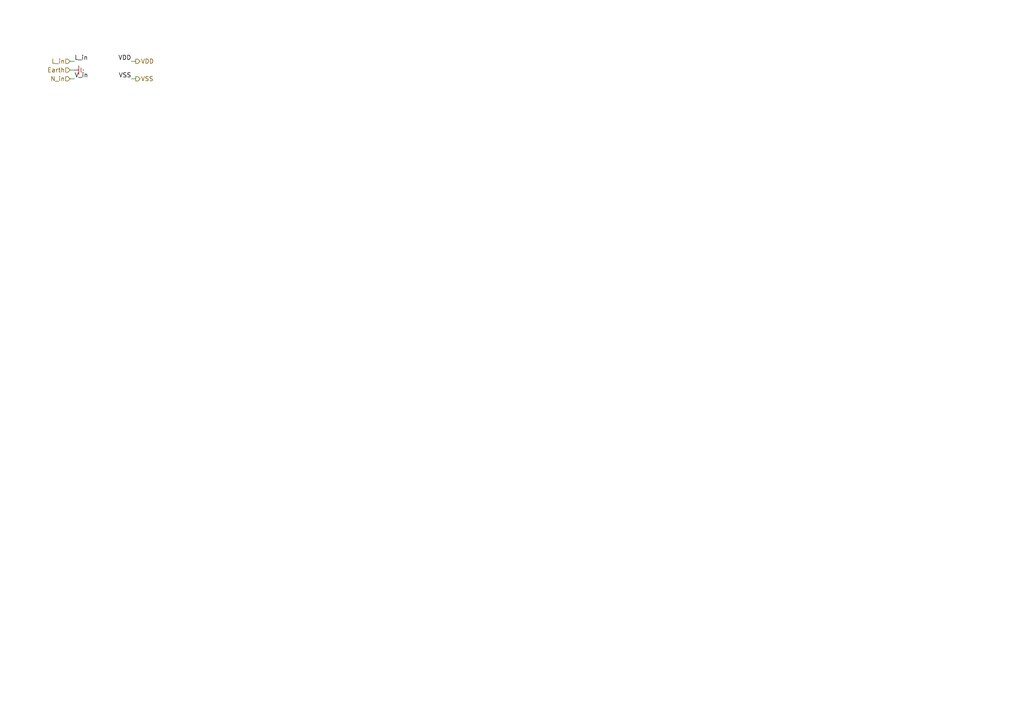
<source format=kicad_sch>
(kicad_sch (version 20211123) (generator eeschema)
  (paper "A4")
  (lib_symbols
    (symbol "power:Earth" (power) (pin_names (offset 0))
      (symbol "Earth_0_1"
        (polyline (pts (xy -0.635 -1.905) (xy 0.635 -1.905)))
        (polyline (pts (xy -0.127 -2.54) (xy 0.127 -2.54)))
        (polyline (pts (xy 0 -1.27) (xy 0 0)))
        (polyline (pts (xy 1.27 -1.27) (xy -1.27 -1.27)))
      )
      (symbol "Earth_1_1"
        (pin power_in line (at 0 0 270) (length 0) hide (name "Earth") (number "1"))
      )
    )
  )
  (wire (pts (xy 38.1 22.86) (xy 39.37 22.86)))
  (wire (pts (xy 21.59 20.32) (xy 20.32 20.32)))
  (wire (pts (xy 21.59 22.86) (xy 20.32 22.86)))
  (wire (pts (xy 39.37 17.78) (xy 38.1 17.78)))
  (wire (pts (xy 21.59 17.78) (xy 20.32 17.78)))
  (label "VSS" (at 38.1 22.86 180))
  (label "V_in" (at 21.59 22.86 0))
  (label "L_in" (at 21.59 17.78 0))
  (label "VDD" (at 38.1 17.78 180))
  (hierarchical_label "VSS" (shape output) (at 39.37 22.86 0))
  (hierarchical_label "Earth" (shape input) (at 20.32 20.32 180))
  (hierarchical_label "L_in" (shape input) (at 20.32 17.78 180))
  (hierarchical_label "N_in" (shape input) (at 20.32 22.86 180))
  (hierarchical_label "VDD" (shape output) (at 39.37 17.78 0))
  (symbol (lib_id "power:Earth") (at 21.59 20.32 90) (unit 1)
    (property "Reference" "#PWR0116" (effects hide))
    (property "Value" "Earth" (effects hide))
  )
)
</source>
